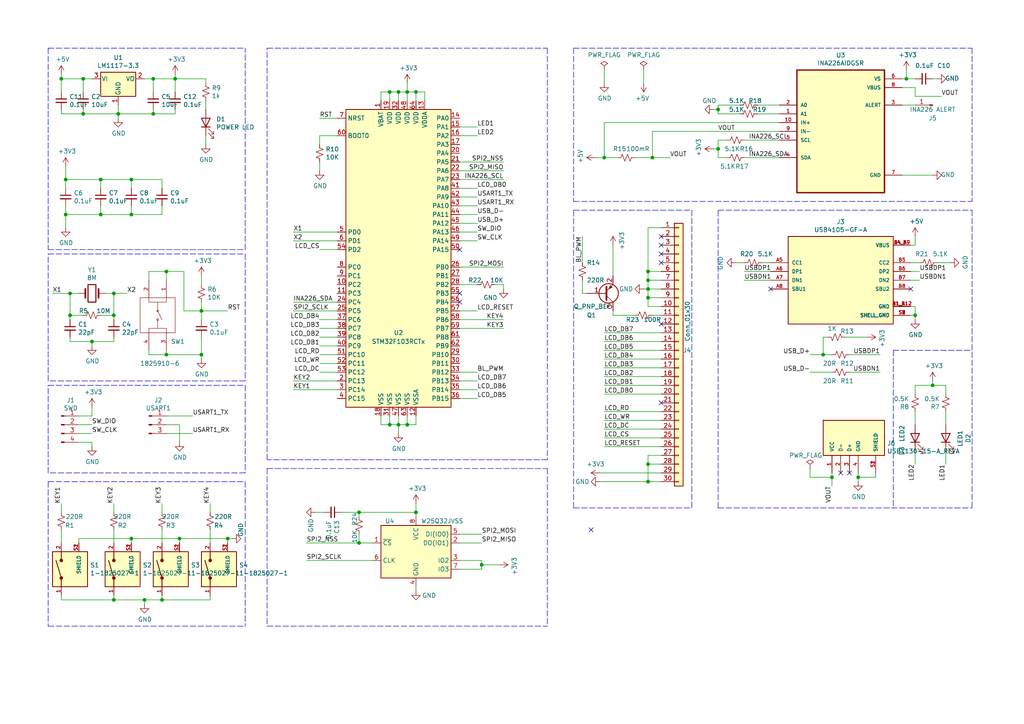
<source format=kicad_sch>
(kicad_sch (version 20211123) (generator eeschema)
  (paper "A4")
  (junction (at 208.28 31.75))
  (junction (at 104.14 148.59))
  (junction (at 52.07 156.21))
  (junction (at 24.13 33.02))
  (junction (at 26.67 99.06))
  (junction (at 270.51 111.76))
  (junction (at 248.92 138.43))
  (junction (at 187.96 83.82))
  (junction (at 187.96 81.28))
  (junction (at 58.42 102.87))
  (junction (at 44.45 33.02))
  (junction (at 187.96 134.62))
  (junction (at 20.32 91.44))
  (junction (at 33.02 85.09))
  (junction (at 115.57 123.19))
  (junction (at 48.26 78.74))
  (junction (at 208.28 43.18))
  (junction (at 66.04 156.21))
  (junction (at 58.42 90.17))
  (junction (at 38.1 156.21))
  (junction (at 187.96 78.74))
  (junction (at 20.32 85.09))
  (junction (at 238.76 102.87))
  (junction (at 19.05 62.23))
  (junction (at 38.1 52.07))
  (junction (at 120.65 148.59))
  (junction (at 187.96 86.36))
  (junction (at 38.1 62.23))
  (junction (at 265.43 91.44))
  (junction (at 115.57 26.67))
  (junction (at 48.26 102.87))
  (junction (at 113.03 26.67))
  (junction (at 19.05 52.07))
  (junction (at 104.14 157.48))
  (junction (at 33.02 91.44))
  (junction (at 113.03 123.19))
  (junction (at 118.11 26.67))
  (junction (at 262.89 22.86))
  (junction (at 120.65 26.67))
  (junction (at 17.78 22.86))
  (junction (at 46.99 173.99))
  (junction (at 29.21 52.07))
  (junction (at 187.96 139.7))
  (junction (at 139.7 163.83))
  (junction (at 33.02 173.99))
  (junction (at 41.91 173.99))
  (junction (at 175.26 45.72))
  (junction (at 118.11 123.19))
  (junction (at 34.29 33.02))
  (junction (at 189.23 45.72))
  (junction (at 24.13 22.86))
  (junction (at 241.3 138.43))
  (junction (at 29.21 62.23))
  (junction (at 50.8 22.86))
  (junction (at 44.45 22.86))
  (no_connect (at 191.77 68.58))
  (no_connect (at 133.35 87.63))
  (no_connect (at 191.77 76.2))
  (no_connect (at 171.45 153.67))
  (no_connect (at 243.84 137.16))
  (no_connect (at 223.52 83.82))
  (no_connect (at 133.35 85.09))
  (no_connect (at 191.77 73.66))
  (no_connect (at 191.77 116.84))
  (no_connect (at 191.77 71.12))
  (no_connect (at 191.77 93.98))
  (no_connect (at 264.16 83.82))
  (no_connect (at 246.38 137.16))
  (no_connect (at 133.35 72.39))
  (polyline (pts (xy 158.75 133.35) (xy 77.47 133.35)))
  (polyline (pts (xy 71.12 73.66) (xy 71.12 110.49)))
  (wire (pts (xy 43.18 101.6) (xy 43.18 102.87)))
  (wire (pts (xy 92.71 39.37) (xy 92.71 41.91)))
  (wire (pts (xy 187.96 86.36) (xy 191.77 86.36)))
  (wire (pts (xy 43.18 102.87) (xy 48.26 102.87)))
  (wire (pts (xy 29.21 52.07) (xy 19.05 52.07)))
  (wire (pts (xy 208.28 43.18) (xy 208.28 45.72)))
  (wire (pts (xy 17.78 31.75) (xy 17.78 33.02)))
  (wire (pts (xy 146.05 46.99) (xy 133.35 46.99)))
  (polyline (pts (xy 71.12 72.39) (xy 71.12 13.97)))
  (wire (pts (xy 175.26 96.52) (xy 191.77 96.52)))
  (wire (pts (xy 177.8 91.44) (xy 184.15 91.44)))
  (wire (pts (xy 172.72 45.72) (xy 175.26 45.72)))
  (wire (pts (xy 17.78 21.59) (xy 17.78 22.86)))
  (wire (pts (xy 29.21 62.23) (xy 38.1 62.23)))
  (wire (pts (xy 92.71 34.29) (xy 97.79 34.29)))
  (wire (pts (xy 34.29 33.02) (xy 34.29 30.48)))
  (wire (pts (xy 46.99 172.72) (xy 46.99 173.99)))
  (wire (pts (xy 241.3 102.87) (xy 238.76 102.87)))
  (wire (pts (xy 146.05 52.07) (xy 133.35 52.07)))
  (wire (pts (xy 118.11 26.67) (xy 120.65 26.67)))
  (wire (pts (xy 115.57 29.21) (xy 115.57 26.67)))
  (wire (pts (xy 175.26 45.72) (xy 179.07 45.72)))
  (wire (pts (xy 44.45 33.02) (xy 50.8 33.02)))
  (wire (pts (xy 208.28 30.48) (xy 214.63 30.48)))
  (wire (pts (xy 38.1 54.61) (xy 38.1 52.07)))
  (wire (pts (xy 144.78 163.83) (xy 139.7 163.83)))
  (wire (pts (xy 143.51 82.55) (xy 146.05 82.55)))
  (polyline (pts (xy 13.97 73.66) (xy 71.12 73.66)))
  (wire (pts (xy 46.99 146.05) (xy 46.99 148.59)))
  (wire (pts (xy 52.07 156.21) (xy 66.04 156.21)))
  (wire (pts (xy 97.79 72.39) (xy 92.71 72.39)))
  (wire (pts (xy 261.62 50.8) (xy 270.51 50.8)))
  (wire (pts (xy 213.36 76.2) (xy 215.9 76.2)))
  (wire (pts (xy 139.7 165.1) (xy 133.35 165.1)))
  (wire (pts (xy 85.09 67.31) (xy 97.79 67.31)))
  (wire (pts (xy 265.43 25.4) (xy 265.43 27.94)))
  (wire (pts (xy 52.07 157.48) (xy 52.07 156.21)))
  (wire (pts (xy 271.78 76.2) (xy 275.59 76.2)))
  (wire (pts (xy 120.65 26.67) (xy 123.19 26.67)))
  (wire (pts (xy 97.79 100.33) (xy 92.71 100.33)))
  (wire (pts (xy 270.51 110.49) (xy 270.51 111.76)))
  (wire (pts (xy 58.42 87.63) (xy 58.42 90.17)))
  (wire (pts (xy 97.79 95.25) (xy 92.71 95.25)))
  (wire (pts (xy 26.67 129.54) (xy 26.67 128.27)))
  (polyline (pts (xy 13.97 111.76) (xy 71.12 111.76)))
  (polyline (pts (xy 13.97 139.7) (xy 13.97 181.61)))
  (wire (pts (xy 238.76 97.79) (xy 238.76 102.87)))
  (wire (pts (xy 15.24 85.09) (xy 20.32 85.09)))
  (wire (pts (xy 118.11 26.67) (xy 118.11 24.13)))
  (wire (pts (xy 234.95 135.89) (xy 234.95 138.43)))
  (wire (pts (xy 191.77 83.82) (xy 187.96 83.82)))
  (wire (pts (xy 265.43 130.81) (xy 265.43 134.62)))
  (polyline (pts (xy 13.97 13.97) (xy 71.12 13.97)))
  (wire (pts (xy 254 137.16) (xy 254 138.43)))
  (wire (pts (xy 133.35 157.48) (xy 139.7 157.48)))
  (wire (pts (xy 175.26 119.38) (xy 191.77 119.38)))
  (polyline (pts (xy 71.12 110.49) (xy 13.97 110.49)))
  (wire (pts (xy 22.86 156.21) (xy 38.1 156.21)))
  (polyline (pts (xy 281.94 60.96) (xy 281.94 147.32)))
  (wire (pts (xy 265.43 88.9) (xy 265.43 91.44)))
  (wire (pts (xy 175.26 129.54) (xy 191.77 129.54)))
  (wire (pts (xy 207.01 31.75) (xy 208.28 31.75)))
  (wire (pts (xy 50.8 26.67) (xy 50.8 22.86)))
  (wire (pts (xy 186.69 20.32) (xy 186.69 24.13)))
  (wire (pts (xy 85.09 110.49) (xy 97.79 110.49)))
  (wire (pts (xy 17.78 33.02) (xy 24.13 33.02)))
  (wire (pts (xy 133.35 59.69) (xy 138.43 59.69)))
  (wire (pts (xy 118.11 120.65) (xy 118.11 123.19)))
  (polyline (pts (xy 166.37 13.97) (xy 281.94 13.97)))
  (wire (pts (xy 30.48 85.09) (xy 33.02 85.09)))
  (wire (pts (xy 120.65 148.59) (xy 120.65 149.86)))
  (wire (pts (xy 261.62 30.48) (xy 265.43 30.48)))
  (wire (pts (xy 104.14 157.48) (xy 107.95 157.48)))
  (wire (pts (xy 146.05 82.55) (xy 146.05 83.82)))
  (wire (pts (xy 133.35 162.56) (xy 139.7 162.56)))
  (wire (pts (xy 38.1 157.48) (xy 38.1 156.21)))
  (wire (pts (xy 261.62 25.4) (xy 265.43 25.4)))
  (wire (pts (xy 115.57 26.67) (xy 118.11 26.67)))
  (wire (pts (xy 262.89 20.32) (xy 262.89 22.86)))
  (wire (pts (xy 88.9 157.48) (xy 104.14 157.48)))
  (wire (pts (xy 17.78 22.86) (xy 17.78 26.67)))
  (wire (pts (xy 191.77 134.62) (xy 187.96 134.62)))
  (wire (pts (xy 215.9 81.28) (xy 223.52 81.28)))
  (wire (pts (xy 22.86 157.48) (xy 22.86 156.21)))
  (wire (pts (xy 24.13 91.44) (xy 20.32 91.44)))
  (wire (pts (xy 92.71 39.37) (xy 97.79 39.37)))
  (wire (pts (xy 187.96 139.7) (xy 191.77 139.7)))
  (wire (pts (xy 264.16 81.28) (xy 266.7 81.28)))
  (wire (pts (xy 58.42 97.79) (xy 58.42 102.87)))
  (wire (pts (xy 187.96 86.36) (xy 187.96 83.82)))
  (wire (pts (xy 53.34 78.74) (xy 53.34 90.17)))
  (wire (pts (xy 175.26 127) (xy 191.77 127)))
  (wire (pts (xy 46.99 62.23) (xy 46.99 59.69)))
  (wire (pts (xy 24.13 26.67) (xy 24.13 22.86)))
  (wire (pts (xy 29.21 91.44) (xy 33.02 91.44)))
  (wire (pts (xy 238.76 102.87) (xy 234.95 102.87)))
  (polyline (pts (xy 200.66 60.96) (xy 200.66 147.32)))
  (polyline (pts (xy 13.97 181.61) (xy 71.12 181.61)))
  (wire (pts (xy 133.35 67.31) (xy 138.43 67.31)))
  (wire (pts (xy 38.1 156.21) (xy 52.07 156.21)))
  (wire (pts (xy 104.14 149.86) (xy 104.14 148.59)))
  (wire (pts (xy 265.43 91.44) (xy 265.43 92.71)))
  (wire (pts (xy 189.23 91.44) (xy 191.77 91.44)))
  (wire (pts (xy 175.26 35.56) (xy 175.26 45.72)))
  (polyline (pts (xy 13.97 13.97) (xy 13.97 72.39)))
  (wire (pts (xy 34.29 34.29) (xy 34.29 33.02)))
  (wire (pts (xy 24.13 33.02) (xy 34.29 33.02)))
  (wire (pts (xy 97.79 107.95) (xy 92.71 107.95)))
  (wire (pts (xy 113.03 29.21) (xy 113.03 26.67)))
  (polyline (pts (xy 166.37 58.42) (xy 281.94 58.42)))
  (wire (pts (xy 38.1 59.69) (xy 38.1 62.23)))
  (wire (pts (xy 17.78 172.72) (xy 17.78 173.99)))
  (wire (pts (xy 265.43 111.76) (xy 265.43 114.3)))
  (wire (pts (xy 48.26 78.74) (xy 53.34 78.74)))
  (polyline (pts (xy 77.47 135.89) (xy 77.47 181.61)))
  (wire (pts (xy 58.42 104.14) (xy 58.42 102.87)))
  (wire (pts (xy 29.21 54.61) (xy 29.21 52.07)))
  (wire (pts (xy 20.32 92.71) (xy 20.32 91.44)))
  (wire (pts (xy 265.43 27.94) (xy 273.05 27.94)))
  (wire (pts (xy 234.95 138.43) (xy 241.3 138.43)))
  (wire (pts (xy 187.96 132.08) (xy 187.96 134.62)))
  (wire (pts (xy 215.9 40.64) (xy 226.06 40.64)))
  (wire (pts (xy 33.02 99.06) (xy 33.02 97.79)))
  (wire (pts (xy 184.15 45.72) (xy 189.23 45.72)))
  (wire (pts (xy 48.26 123.19) (xy 52.07 123.19)))
  (wire (pts (xy 113.03 26.67) (xy 115.57 26.67)))
  (wire (pts (xy 97.79 102.87) (xy 92.71 102.87)))
  (wire (pts (xy 85.09 113.03) (xy 97.79 113.03)))
  (wire (pts (xy 58.42 80.01) (xy 58.42 82.55)))
  (wire (pts (xy 38.1 62.23) (xy 46.99 62.23)))
  (wire (pts (xy 175.26 35.56) (xy 226.06 35.56)))
  (wire (pts (xy 38.1 52.07) (xy 29.21 52.07)))
  (wire (pts (xy 208.28 30.48) (xy 208.28 31.75)))
  (wire (pts (xy 133.35 115.57) (xy 138.43 115.57)))
  (wire (pts (xy 208.28 31.75) (xy 208.28 33.02)))
  (wire (pts (xy 33.02 85.09) (xy 33.02 91.44)))
  (wire (pts (xy 22.86 120.65) (xy 26.67 120.65)))
  (wire (pts (xy 264.16 71.12) (xy 265.43 71.12)))
  (wire (pts (xy 41.91 175.26) (xy 41.91 173.99)))
  (wire (pts (xy 17.78 22.86) (xy 24.13 22.86)))
  (wire (pts (xy 17.78 173.99) (xy 33.02 173.99)))
  (wire (pts (xy 265.43 71.12) (xy 265.43 68.58)))
  (wire (pts (xy 274.32 111.76) (xy 274.32 114.3)))
  (wire (pts (xy 207.01 43.18) (xy 208.28 43.18)))
  (wire (pts (xy 46.99 173.99) (xy 60.96 173.99)))
  (polyline (pts (xy 259.08 101.6) (xy 259.08 147.32)))
  (wire (pts (xy 177.8 71.12) (xy 177.8 80.01)))
  (wire (pts (xy 189.23 38.1) (xy 189.23 45.72)))
  (wire (pts (xy 189.23 38.1) (xy 226.06 38.1)))
  (wire (pts (xy 120.65 123.19) (xy 120.65 120.65)))
  (wire (pts (xy 33.02 157.48) (xy 33.02 153.67)))
  (polyline (pts (xy 208.28 60.96) (xy 281.94 60.96)))
  (wire (pts (xy 208.28 45.72) (xy 210.82 45.72)))
  (wire (pts (xy 19.05 59.69) (xy 19.05 62.23)))
  (wire (pts (xy 146.05 92.71) (xy 133.35 92.71)))
  (wire (pts (xy 110.49 26.67) (xy 113.03 26.67)))
  (wire (pts (xy 24.13 31.75) (xy 24.13 33.02)))
  (wire (pts (xy 241.3 138.43) (xy 241.3 140.97)))
  (wire (pts (xy 133.35 64.77) (xy 138.43 64.77)))
  (polyline (pts (xy 259.08 101.6) (xy 281.94 101.6)))
  (wire (pts (xy 85.09 87.63) (xy 97.79 87.63)))
  (wire (pts (xy 219.71 33.02) (xy 226.06 33.02)))
  (wire (pts (xy 133.35 62.23) (xy 138.43 62.23)))
  (wire (pts (xy 175.26 106.68) (xy 191.77 106.68)))
  (wire (pts (xy 113.03 123.19) (xy 115.57 123.19)))
  (wire (pts (xy 55.88 125.73) (xy 48.26 125.73)))
  (wire (pts (xy 113.03 120.65) (xy 113.03 123.19)))
  (wire (pts (xy 264.16 76.2) (xy 266.7 76.2)))
  (wire (pts (xy 175.26 109.22) (xy 191.77 109.22)))
  (wire (pts (xy 60.96 146.05) (xy 60.96 148.59)))
  (wire (pts (xy 19.05 52.07) (xy 19.05 54.61)))
  (wire (pts (xy 41.91 173.99) (xy 46.99 173.99)))
  (wire (pts (xy 26.67 99.06) (xy 33.02 99.06)))
  (wire (pts (xy 29.21 59.69) (xy 29.21 62.23)))
  (wire (pts (xy 46.99 157.48) (xy 46.99 153.67)))
  (polyline (pts (xy 166.37 147.32) (xy 200.66 147.32)))
  (wire (pts (xy 44.45 31.75) (xy 44.45 33.02)))
  (wire (pts (xy 48.26 102.87) (xy 58.42 102.87)))
  (wire (pts (xy 97.79 92.71) (xy 92.71 92.71)))
  (wire (pts (xy 251.46 97.79) (xy 245.11 97.79)))
  (wire (pts (xy 60.96 173.99) (xy 60.96 172.72)))
  (wire (pts (xy 175.26 111.76) (xy 191.77 111.76)))
  (wire (pts (xy 43.18 78.74) (xy 48.26 78.74)))
  (wire (pts (xy 241.3 107.95) (xy 234.95 107.95)))
  (wire (pts (xy 133.35 82.55) (xy 138.43 82.55)))
  (wire (pts (xy 186.69 83.82) (xy 187.96 83.82)))
  (wire (pts (xy 133.35 110.49) (xy 138.43 110.49)))
  (wire (pts (xy 208.28 40.64) (xy 210.82 40.64)))
  (wire (pts (xy 110.49 120.65) (xy 110.49 123.19)))
  (polyline (pts (xy 77.47 181.61) (xy 158.75 181.61)))
  (wire (pts (xy 255.27 102.87) (xy 246.38 102.87)))
  (wire (pts (xy 133.35 90.17) (xy 138.43 90.17)))
  (polyline (pts (xy 166.37 13.97) (xy 166.37 58.42)))
  (wire (pts (xy 219.71 30.48) (xy 226.06 30.48)))
  (wire (pts (xy 60.96 157.48) (xy 60.96 153.67)))
  (wire (pts (xy 265.43 119.38) (xy 265.43 123.19)))
  (wire (pts (xy 46.99 54.61) (xy 46.99 52.07)))
  (wire (pts (xy 139.7 162.56) (xy 139.7 163.83)))
  (wire (pts (xy 59.69 24.13) (xy 59.69 22.86)))
  (wire (pts (xy 110.49 123.19) (xy 113.03 123.19)))
  (wire (pts (xy 88.9 162.56) (xy 107.95 162.56)))
  (wire (pts (xy 22.86 123.19) (xy 26.67 123.19)))
  (wire (pts (xy 48.26 78.74) (xy 48.26 81.28)))
  (polyline (pts (xy 77.47 135.89) (xy 158.75 135.89)))
  (wire (pts (xy 133.35 54.61) (xy 138.43 54.61)))
  (wire (pts (xy 173.99 137.16) (xy 191.77 137.16)))
  (wire (pts (xy 248.92 139.7) (xy 248.92 138.43)))
  (wire (pts (xy 19.05 62.23) (xy 29.21 62.23)))
  (polyline (pts (xy 166.37 60.96) (xy 200.66 60.96)))
  (polyline (pts (xy 71.12 139.7) (xy 71.12 181.61)))
  (wire (pts (xy 220.98 76.2) (xy 223.52 76.2)))
  (wire (pts (xy 133.35 57.15) (xy 138.43 57.15)))
  (wire (pts (xy 187.96 81.28) (xy 187.96 78.74)))
  (wire (pts (xy 133.35 154.94) (xy 139.7 154.94)))
  (wire (pts (xy 104.14 148.59) (xy 120.65 148.59)))
  (wire (pts (xy 146.05 49.53) (xy 133.35 49.53)))
  (polyline (pts (xy 158.75 135.89) (xy 158.75 181.61)))
  (wire (pts (xy 120.65 170.18) (xy 120.65 171.45)))
  (wire (pts (xy 146.05 77.47) (xy 133.35 77.47)))
  (wire (pts (xy 99.06 148.59) (xy 104.14 148.59)))
  (wire (pts (xy 173.99 139.7) (xy 187.96 139.7)))
  (wire (pts (xy 44.45 26.67) (xy 44.45 22.86)))
  (wire (pts (xy 133.35 39.37) (xy 138.43 39.37)))
  (polyline (pts (xy 281.94 13.97) (xy 281.94 58.42)))
  (wire (pts (xy 146.05 95.25) (xy 133.35 95.25)))
  (wire (pts (xy 66.04 156.21) (xy 66.04 157.48)))
  (wire (pts (xy 20.32 99.06) (xy 26.67 99.06)))
  (wire (pts (xy 43.18 78.74) (xy 43.18 81.28)))
  (polyline (pts (xy 13.97 139.7) (xy 71.12 139.7)))
  (wire (pts (xy 187.96 81.28) (xy 191.77 81.28)))
  (wire (pts (xy 59.69 41.91) (xy 59.69 39.37)))
  (wire (pts (xy 110.49 29.21) (xy 110.49 26.67)))
  (wire (pts (xy 53.34 90.17) (xy 58.42 90.17)))
  (wire (pts (xy 93.98 148.59) (xy 91.44 148.59)))
  (wire (pts (xy 215.9 78.74) (xy 223.52 78.74)))
  (wire (pts (xy 175.26 121.92) (xy 191.77 121.92)))
  (wire (pts (xy 274.32 130.81) (xy 274.32 134.62)))
  (wire (pts (xy 248.92 138.43) (xy 248.92 137.16)))
  (wire (pts (xy 19.05 66.04) (xy 19.05 62.23)))
  (wire (pts (xy 264.16 88.9) (xy 265.43 88.9)))
  (wire (pts (xy 52.07 123.19) (xy 52.07 128.27)))
  (wire (pts (xy 274.32 119.38) (xy 274.32 123.19)))
  (polyline (pts (xy 166.37 147.32) (xy 166.37 60.96)))
  (wire (pts (xy 240.03 97.79) (xy 238.76 97.79)))
  (polyline (pts (xy 208.28 147.32) (xy 281.94 147.32)))
  (wire (pts (xy 85.09 90.17) (xy 97.79 90.17)))
  (wire (pts (xy 92.71 49.53) (xy 92.71 46.99)))
  (wire (pts (xy 191.77 88.9) (xy 187.96 88.9)))
  (wire (pts (xy 187.96 78.74) (xy 187.96 66.04)))
  (wire (pts (xy 175.26 101.6) (xy 191.77 101.6)))
  (wire (pts (xy 20.32 97.79) (xy 20.32 99.06)))
  (wire (pts (xy 59.69 31.75) (xy 59.69 29.21)))
  (wire (pts (xy 104.14 154.94) (xy 104.14 157.48)))
  (wire (pts (xy 133.35 69.85) (xy 138.43 69.85)))
  (wire (pts (xy 66.04 90.17) (xy 58.42 90.17)))
  (wire (pts (xy 66.04 156.21) (xy 67.31 156.21)))
  (wire (pts (xy 175.26 104.14) (xy 191.77 104.14)))
  (wire (pts (xy 208.28 43.18) (xy 208.28 40.64)))
  (wire (pts (xy 187.96 78.74) (xy 191.77 78.74)))
  (wire (pts (xy 26.67 100.33) (xy 26.67 99.06)))
  (wire (pts (xy 50.8 22.86) (xy 59.69 22.86)))
  (wire (pts (xy 168.91 68.58) (xy 168.91 76.2)))
  (wire (pts (xy 175.26 99.06) (xy 191.77 99.06)))
  (wire (pts (xy 115.57 123.19) (xy 118.11 123.19)))
  (wire (pts (xy 33.02 85.09) (xy 36.83 85.09)))
  (wire (pts (xy 120.65 146.05) (xy 120.65 148.59)))
  (wire (pts (xy 20.32 91.44) (xy 20.32 85.09)))
  (wire (pts (xy 133.35 107.95) (xy 138.43 107.95)))
  (wire (pts (xy 264.16 78.74) (xy 266.7 78.74)))
  (wire (pts (xy 270.51 111.76) (xy 274.32 111.76)))
  (wire (pts (xy 85.09 69.85) (xy 97.79 69.85)))
  (wire (pts (xy 175.26 124.46) (xy 191.77 124.46)))
  (wire (pts (xy 34.29 33.02) (xy 44.45 33.02)))
  (wire (pts (xy 33.02 172.72) (xy 33.02 173.99)))
  (wire (pts (xy 55.88 120.65) (xy 48.26 120.65)))
  (wire (pts (xy 50.8 33.02) (xy 50.8 31.75)))
  (wire (pts (xy 26.67 120.65) (xy 26.67 118.11)))
  (wire (pts (xy 118.11 29.21) (xy 118.11 26.67)))
  (wire (pts (xy 262.89 22.86) (xy 261.62 22.86)))
  (wire (pts (xy 97.79 97.79) (xy 92.71 97.79)))
  (wire (pts (xy 270.51 22.86) (xy 271.78 22.86)))
  (wire (pts (xy 241.3 137.16) (xy 241.3 138.43)))
  (wire (pts (xy 215.9 45.72) (xy 226.06 45.72)))
  (wire (pts (xy 33.02 146.05) (xy 33.02 148.59)))
  (wire (pts (xy 187.96 83.82) (xy 187.96 81.28)))
  (wire (pts (xy 189.23 45.72) (xy 194.31 45.72)))
  (wire (pts (xy 46.99 52.07) (xy 38.1 52.07)))
  (wire (pts (xy 41.91 22.86) (xy 44.45 22.86)))
  (polyline (pts (xy 77.47 133.35) (xy 77.47 13.97)))
  (polyline (pts (xy 77.47 13.97) (xy 158.75 13.97)))
  (wire (pts (xy 270.51 111.76) (xy 265.43 111.76)))
  (wire (pts (xy 115.57 125.73) (xy 115.57 123.19)))
  (wire (pts (xy 118.11 123.19) (xy 120.65 123.19)))
  (wire (pts (xy 262.89 22.86) (xy 265.43 22.86)))
  (polyline (pts (xy 158.75 13.97) (xy 158.75 133.35)))
  (wire (pts (xy 20.32 85.09) (xy 22.86 85.09)))
  (wire (pts (xy 168.91 81.28) (xy 168.91 85.09)))
  (wire (pts (xy 133.35 113.03) (xy 138.43 113.03)))
  (wire (pts (xy 33.02 92.71) (xy 33.02 91.44)))
  (polyline (pts (xy 71.12 111.76) (xy 71.12 137.16)))
  (wire (pts (xy 19.05 52.07) (xy 19.05 48.26)))
  (wire (pts (xy 120.65 29.21) (xy 120.65 26.67)))
  (wire (pts (xy 264.16 91.44) (xy 265.43 91.44)))
  (wire (pts (xy 139.7 163.83) (xy 139.7 165.1)))
  (polyline (pts (xy 13.97 72.39) (xy 71.12 72.39)))
  (wire (pts (xy 48.26 101.6) (xy 48.26 102.87)))
  (wire (pts (xy 191.77 132.08) (xy 187.96 132.08)))
  (wire (pts (xy 187.96 66.04) (xy 191.77 66.04)))
  (wire (pts (xy 187.96 88.9) (xy 187.96 86.36)))
  (wire (pts (xy 24.13 22.86) (xy 26.67 22.86)))
  (wire (pts (xy 123.19 26.67) (xy 123.19 29.21)))
  (polyline (pts (xy 13.97 137.16) (xy 13.97 111.76)))
  (wire (pts (xy 22.86 125.73) (xy 26.67 125.73)))
  (wire (pts (xy 115.57 120.65) (xy 115.57 123.19)))
  (wire (pts (xy 208.28 33.02) (xy 214.63 33.02)))
  (wire (pts (xy 58.42 92.71) (xy 58.42 90.17)))
  (wire (pts (xy 187.96 134.62) (xy 187.96 139.7)))
  (wire (pts (xy 254 138.43) (xy 248.92 138.43)))
  (wire (pts (xy 50.8 22.86) (xy 50.8 21.59)))
  (wire (pts (xy 44.45 22.86) (xy 50.8 22.86)))
  (wire (pts (xy 168.91 85.09) (xy 170.18 85.09)))
  (wire (pts (xy 17.78 148.59) (xy 17.78 146.05)))
  (wire (pts (xy 133.35 36.83) (xy 138.43 36.83)))
  (wire (pts (xy 255.27 107.95) (xy 246.38 107.95)))
  (polyline (pts (xy 13.97 110.49) (xy 13.97 73.66)))
  (wire (pts (xy 177.8 90.17) (xy 177.8 91.44)))
  (polyline (pts (xy 71.12 137.16) (xy 13.97 137.16)))
  (wire (pts (xy 22.86 128.27) (xy 26.67 128.27)))
  (wire (pts (xy 175.26 24.13) (xy 175.26 20.32)))
  (wire (pts (xy 33.02 173.99) (xy 41.91 173.99)))
  (wire (pts (xy 97.79 105.41) (xy 92.71 105.41)))
  (polyline (pts (xy 208.28 147.32) (xy 208.28 60.96)))
  (wire (pts (xy 17.78 157.48) (xy 17.78 153.67)))
  (wire (pts (xy 175.26 114.3) (xy 191.77 114.3)))
  (label "USART1_TX" (at 55.88 120.65 0))
  (label "LCD_CS" (at 92.71 72.39 180))
  (label "KEY1" (at 85.09 113.03 0))
  (label "VOUT" (at 194.31 45.72 0))
  (label "SPI2_NSS" (at 146.05 46.99 180))
  (label "USBDP1" (at 215.9 78.74 0))
  (label "RST" (at 66.04 90.17 0))
  (label "LCD_DB5" (at 138.43 115.57 0))
  (label "KEY4" (at 60.96 146.05 90))
  (label "LED1" (at 138.43 36.83 0))
  (label "LCD_DB2" (at 92.71 97.79 180))
  (label "USBDP1" (at 266.7 78.74 0))
  (label "LED2" (at 265.43 134.62 270))
  (label "LCD_DB1" (at 175.26 111.76 0))
  (label "SPI2_MOSI" (at 146.05 77.47 180))
  (label "LCD_DB2" (at 175.26 109.22 0))
  (label "USB_D+" (at 234.95 102.87 180))
  (label "USART1_RX" (at 138.43 59.69 0))
  (label "USBDP1" (at 255.27 102.87 180))
  (label "KEY1" (at 17.78 146.05 90))
  (label "USB_D+" (at 138.43 64.77 0))
  (label "BL_PWM" (at 168.91 68.58 270))
  (label "INA226_SCL" (at 217.17 40.64 0))
  (label "LCD_DB6" (at 138.43 113.03 0))
  (label "VOUT" (at 208.28 38.1 0))
  (label "KEY3" (at 46.99 146.05 90))
  (label "USBDN1" (at 215.9 81.28 0))
  (label "X1" (at 85.09 67.31 0))
  (label "SW_CLK" (at 138.43 69.85 0))
  (label "KEY2" (at 85.09 110.49 0))
  (label "LCD_RD" (at 175.26 119.38 0))
  (label "LCD_RESET" (at 138.43 90.17 0))
  (label "LCD_DB5" (at 175.26 101.6 0))
  (label "SW_DIO" (at 26.67 123.19 0))
  (label "LCD_DB7" (at 175.26 96.52 0))
  (label "USART1_TX" (at 138.43 57.15 0))
  (label "X2" (at 85.09 69.85 0))
  (label "USBDN1" (at 255.27 107.95 180))
  (label "LCD_DB0" (at 175.26 114.3 0))
  (label "X1" (at 15.24 85.09 0))
  (label "INA226_SCL" (at 146.05 52.07 180))
  (label "LCD_DB4" (at 175.26 104.14 0))
  (label "SPI2_MOSI" (at 139.7 154.94 0))
  (label "USBDN1" (at 266.7 81.28 0))
  (label "KEY3" (at 146.05 95.25 180))
  (label "SW_DIO" (at 138.43 67.31 0))
  (label "SPI2_MISO" (at 146.05 49.53 180))
  (label "LCD_WR" (at 92.71 105.41 180))
  (label "USB_D-" (at 234.95 107.95 180))
  (label "LCD_DB4" (at 92.71 92.71 180))
  (label "SPI2_SCLK" (at 85.09 90.17 0))
  (label "RST" (at 92.71 34.29 0))
  (label "INA226_SDA" (at 217.17 45.72 0))
  (label "X2" (at 36.83 85.09 0))
  (label "SPI2_SCLK" (at 88.9 162.56 0))
  (label "BL_PWM" (at 138.43 107.95 0))
  (label "KEY2" (at 33.02 146.05 90))
  (label "LCD_DC" (at 175.26 124.46 0))
  (label "LCD_DB3" (at 92.71 95.25 180))
  (label "INA226_SDA" (at 85.09 87.63 0))
  (label "SPI2_MISO" (at 139.7 157.48 0))
  (label "LCD_DB3" (at 175.26 106.68 0))
  (label "LCD_DB0" (at 138.43 54.61 0))
  (label "KEY4" (at 146.05 92.71 180))
  (label "LCD_RD" (at 92.71 102.87 180))
  (label "LCD_DB1" (at 92.71 100.33 180))
  (label "LCD_DB6" (at 175.26 99.06 0))
  (label "USART1_RX" (at 55.88 125.73 0))
  (label "LED1" (at 274.32 134.62 270))
  (label "LED2" (at 138.43 39.37 0))
  (label "LCD_WR" (at 175.26 121.92 0))
  (label "VOUT" (at 241.3 140.97 270))
  (label "LCD_CS" (at 175.26 127 0))
  (label "USB_D-" (at 138.43 62.23 0))
  (label "SPI2_NSS" (at 88.9 157.48 0))
  (label "LCD_DB7" (at 138.43 110.49 0))
  (label "VOUT" (at 273.05 27.94 0))
  (label "LCD_RESET" (at 175.26 129.54 0))
  (label "SW_CLK" (at 26.67 125.73 0))
  (label "LCD_DC" (at 92.71 107.95 180))
  (symbol (lib_id "MCU_ST_STM32F1:STM32F103RCTx") (at 115.57 74.93 0) (unit 1)
    (property "Reference" "U2" (at 115.57 96.52 0))
    (property "Value" "STM32F103RCTx" (at 115.57 99.06 0))
    (property "Footprint" "Package_QFP:LQFP-64_10x10mm_P0.5mm" (effects hide))
    (property "Datasheet" "http://www.st.com/st-web-ui/static/active/en/resource/technical/document/datasheet/CD00191185.pdf" (effects hide))
  )
  (symbol (lib_id "Device:R_Small_US") (at 59.69 26.67 0) (unit 1)
    (property "Reference" "R9" (at 61.4172 25.5016 0) (effects (justify left)))
    (property "Value" "1k" (at 61.4172 27.813 0) (effects (justify left)))
    (property "Footprint" "Resistor_SMD:R_0805_2012Metric" (effects hide))
  )
  (symbol (lib_id "Device:Crystal") (at 26.67 85.09 0) (unit 1)
    (property "Reference" "Y1" (at 26.67 78.2828 0))
    (property "Value" "8M" (at 26.67 80.5942 0))
    (property "Footprint" "Crystal:Crystal_SMD_HC49-SD" (effects hide))
  )
  (symbol (lib_id "Device:C_Small") (at 24.13 29.21 0) (unit 1)
    (property "Reference" "C2" (at 26.4668 28.0416 0) (effects (justify left)))
    (property "Value" "10uF" (at 26.4668 30.353 0) (effects (justify left)))
    (property "Footprint" "Capacitor_SMD:C_0805_2012Metric" (effects hide))
  )
  (symbol (lib_id "power:GND") (at 34.29 34.29 0) (unit 1)
    (property "Reference" "#PWR0101" (effects hide))
    (property "Value" "GND" (at 34.417 38.6842 0))
  )
  (symbol (lib_id "Connector:Conn_01x04_Male") (at 17.78 123.19 0) (unit 1)
    (property "Reference" "J1" (at 20.5232 116.0526 0))
    (property "Value" "SWD" (at 20.5232 118.364 0))
    (property "Footprint" "Connector_PinSocket_2.54mm:PinSocket_1x04_P2.54mm_Vertical" (effects hide))
  )
  (symbol (lib_id "Device:LED") (at 59.69 35.56 90) (unit 1)
    (property "Reference" "D1" (at 62.6872 34.5694 90) (effects (justify right)))
    (property "Value" "POWER LED" (at 62.6872 36.8808 90) (effects (justify right)))
    (property "Footprint" "LED_SMD:LED_0805_2012Metric" (effects hide))
  )
  (symbol (lib_id "Regulator_Linear:LM1117-3.3") (at 34.29 22.86 0) (unit 1)
    (property "Reference" "U1" (at 34.29 16.7132 0))
    (property "Value" "LM1117-3.3" (at 34.29 19.0246 0))
    (property "Footprint" "Package_TO_SOT_SMD:SOT-223" (effects hide))
    (property "Datasheet" "http://www.ti.com/lit/ds/symlink/lm1117.pdf" (effects hide))
  )
  (symbol (lib_id "power:GND") (at 115.57 125.73 0) (unit 1)
    (property "Reference" "#PWR0102" (effects hide))
    (property "Value" "GND" (at 115.697 130.1242 0))
  )
  (symbol (lib_id "stm32f103-rescue:+3.3V-power") (at 50.8 21.59 0) (unit 1)
    (property "Reference" "#PWR0103" (effects hide))
    (property "Value" "+3.3V" (at 51.181 17.1958 0))
  )
  (symbol (lib_id "power:+5V") (at 17.78 21.59 0) (unit 1)
    (property "Reference" "#PWR0104" (effects hide))
    (property "Value" "+5V" (at 18.161 17.1958 0))
  )
  (symbol (lib_id "stm32f103-rescue:+3.3V-power") (at 118.11 24.13 0) (unit 1)
    (property "Reference" "#PWR0105" (effects hide))
    (property "Value" "+3.3V" (at 118.491 19.7358 0))
  )
  (symbol (lib_id "Device:R_Small_US") (at 58.42 85.09 0) (unit 1)
    (property "Reference" "R6" (at 60.1472 83.9216 0) (effects (justify left)))
    (property "Value" "10K" (at 60.1472 86.233 0) (effects (justify left)))
    (property "Footprint" "Resistor_SMD:R_0805_2012Metric" (effects hide))
  )
  (symbol (lib_id "Device:C_Small") (at 58.42 95.25 0) (unit 1)
    (property "Reference" "C3" (at 60.7568 94.0816 0) (effects (justify left)))
    (property "Value" "0.1uF" (at 60.7568 96.393 0) (effects (justify left)))
    (property "Footprint" "Capacitor_SMD:C_0805_2012Metric" (effects hide))
  )
  (symbol (lib_id "Device:C_Small") (at 44.45 29.21 0) (unit 1)
    (property "Reference" "C5" (at 46.7868 28.0416 0) (effects (justify left)))
    (property "Value" "10uF" (at 46.7868 30.353 0) (effects (justify left)))
    (property "Footprint" "Capacitor_SMD:C_0805_2012Metric" (effects hide))
  )
  (symbol (lib_id "stm32f103-rescue:+3.3V-power") (at 58.42 80.01 0) (unit 1)
    (property "Reference" "#PWR0106" (effects hide))
    (property "Value" "+3.3V" (at 58.801 75.6158 0))
  )
  (symbol (lib_id "power:GND") (at 58.42 104.14 0) (unit 1)
    (property "Reference" "#PWR0107" (effects hide))
    (property "Value" "GND" (at 58.547 108.5342 0))
  )
  (symbol (lib_id "Device:C_Small") (at 20.32 95.25 0) (unit 1)
    (property "Reference" "C1" (at 22.6568 94.0816 0) (effects (justify left)))
    (property "Value" "22pF" (at 22.6568 96.393 0) (effects (justify left)))
    (property "Footprint" "Capacitor_SMD:C_0805_2012Metric" (effects hide))
  )
  (symbol (lib_id "power:GND") (at 59.69 41.91 0) (unit 1)
    (property "Reference" "#PWR0112" (effects hide))
    (property "Value" "GND" (at 59.817 46.3042 0))
  )
  (symbol (lib_id "Device:C_Small") (at 33.02 95.25 0) (unit 1)
    (property "Reference" "C4" (at 35.3568 94.0816 0) (effects (justify left)))
    (property "Value" "22pF" (at 35.3568 96.393 0) (effects (justify left)))
    (property "Footprint" "Capacitor_SMD:C_0805_2012Metric" (effects hide))
  )
  (symbol (lib_id "Device:R_Small_US") (at 26.67 91.44 270) (unit 1)
    (property "Reference" "R5" (at 22.86 90.17 90) (effects (justify left)))
    (property "Value" "10M" (at 27.94 90.17 90) (effects (justify left)))
    (property "Footprint" "Resistor_SMD:R_0805_2012Metric" (effects hide))
  )
  (symbol (lib_id "power:GND") (at 26.67 100.33 0) (unit 1)
    (property "Reference" "#PWR0108" (effects hide))
    (property "Value" "GND" (at 26.797 104.7242 0))
  )
  (symbol (lib_id "power:+5V") (at 265.43 68.58 0) (unit 1)
    (property "Reference" "#PWR0113" (effects hide))
    (property "Value" "+5V" (at 265.811 64.1858 0))
  )
  (symbol (lib_id "power:GND") (at 265.43 92.71 0) (unit 1)
    (property "Reference" "#PWR0114" (effects hide))
    (property "Value" "GND" (at 265.557 97.1042 0))
  )
  (symbol (lib_id "Device:C_Small") (at 50.8 29.21 0) (unit 1)
    (property "Reference" "C12" (at 53.1368 28.0416 0) (effects (justify left)))
    (property "Value" "0.1uF" (at 53.1368 30.353 0) (effects (justify left)))
    (property "Footprint" "Capacitor_SMD:C_0805_2012Metric" (effects hide))
  )
  (symbol (lib_id "Device:R_Small_US") (at 92.71 44.45 0) (unit 1)
    (property "Reference" "R10" (at 94.4372 43.2816 0) (effects (justify left)))
    (property "Value" "10K" (at 94.4372 45.593 0) (effects (justify left)))
    (property "Footprint" "Resistor_SMD:R_0805_2012Metric" (effects hide))
  )
  (symbol (lib_id "power:GND") (at 92.71 49.53 0) (unit 1)
    (property "Reference" "#PWR0109" (effects hide))
    (property "Value" "GND" (at 92.837 53.9242 0))
  )
  (symbol (lib_id "Connector:Conn_01x03_Male") (at 43.18 123.19 0) (unit 1)
    (property "Reference" "J2" (at 45.9232 116.0526 0))
    (property "Value" "USART1" (at 45.9232 118.364 0))
    (property "Footprint" "Connector_PinSocket_2.54mm:PinSocket_1x03_P2.54mm_Vertical" (effects hide))
  )
  (symbol (lib_id "power:GND") (at 52.07 128.27 0) (unit 1)
    (property "Reference" "#PWR0115" (effects hide))
    (property "Value" "GND" (at 52.197 132.6642 0))
  )
  (symbol (lib_id "power:GND") (at 26.67 129.54 0) (unit 1)
    (property "Reference" "#PWR0110" (effects hide))
    (property "Value" "GND" (at 26.797 133.9342 0))
  )
  (symbol (lib_id "Device:LED") (at 274.32 127 90) (unit 1)
    (property "Reference" "D2" (at 280.797 127.1778 0))
    (property "Value" "LED1" (at 278.4856 127.1778 0))
    (property "Footprint" "LED_SMD:LED_0805_2012Metric" (effects hide))
  )
  (symbol (lib_id "stm32f103-rescue:+3.3V-power") (at 26.67 118.11 0) (unit 1)
    (property "Reference" "#PWR0111" (effects hide))
    (property "Value" "+3.3V" (at 27.051 113.7158 0))
  )
  (symbol (lib_id "Device:LED") (at 265.43 127 90) (unit 1)
    (property "Reference" "D3" (at 261.62 130.81 0))
    (property "Value" "LED2" (at 261.62 125.73 0))
    (property "Footprint" "LED_SMD:LED_0805_2012Metric" (effects hide))
  )
  (symbol (lib_id "Device:R_Small_US") (at 274.32 116.84 180) (unit 1)
    (property "Reference" "R7" (at 272.5928 118.0084 0) (effects (justify left)))
    (property "Value" "0.5K" (at 272.5928 115.697 0) (effects (justify left)))
    (property "Footprint" "Resistor_SMD:R_0805_2012Metric" (effects hide))
  )
  (symbol (lib_id "Device:R_Small_US") (at 265.43 116.84 180) (unit 1)
    (property "Reference" "R8" (at 263.7028 118.0084 0) (effects (justify left)))
    (property "Value" "0.5K" (at 263.7028 115.697 0) (effects (justify left)))
    (property "Footprint" "Resistor_SMD:R_0805_2012Metric" (effects hide))
  )
  (symbol (lib_id "Device:R_Small_US") (at 104.14 152.4 180) (unit 1)
    (property "Reference" "R24" (at 102.87 148.59 90) (effects (justify left)))
    (property "Value" "10K" (at 102.87 153.67 90) (effects (justify left)))
    (property "Footprint" "Resistor_SMD:R_0805_2012Metric" (effects hide))
  )
  (symbol (lib_id "Device:R_Small_US") (at 17.78 151.13 180) (unit 1)
    (property "Reference" "R1" (at 21.59 152.4 0) (effects (justify left)))
    (property "Value" "220R" (at 24.13 149.86 0) (effects (justify left)))
    (property "Footprint" "Resistor_SMD:R_0805_2012Metric" (effects hide))
  )
  (symbol (lib_id "Device:R_Small_US") (at 269.24 76.2 270) (unit 1)
    (property "Reference" "R21" (at 265.43 73.66 90) (effects (justify left)))
    (property "Value" "5.1K" (at 270.51 73.66 90) (effects (justify left)))
    (property "Footprint" "Resistor_SMD:R_0805_2012Metric" (effects hide))
  )
  (symbol (lib_id "Device:C_Small") (at 19.05 57.15 0) (unit 1)
    (property "Reference" "C6" (at 21.3868 55.9816 0) (effects (justify left)))
    (property "Value" "0.1uF" (at 21.3868 58.293 0) (effects (justify left)))
    (property "Footprint" "Capacitor_SMD:C_0805_2012Metric" (effects hide))
  )
  (symbol (lib_id "Device:C_Small") (at 29.21 57.15 0) (unit 1)
    (property "Reference" "C7" (at 31.5468 55.9816 0) (effects (justify left)))
    (property "Value" "0.1uF" (at 31.5468 58.293 0) (effects (justify left)))
    (property "Footprint" "Capacitor_SMD:C_0805_2012Metric" (effects hide))
  )
  (symbol (lib_id "Device:C_Small") (at 38.1 57.15 0) (unit 1)
    (property "Reference" "C8" (at 40.4368 55.9816 0) (effects (justify left)))
    (property "Value" "0.1uF" (at 40.4368 58.293 0) (effects (justify left)))
    (property "Footprint" "Capacitor_SMD:C_0805_2012Metric" (effects hide))
  )
  (symbol (lib_id "Device:C_Small") (at 46.99 57.15 0) (unit 1)
    (property "Reference" "C9" (at 49.3268 55.9816 0) (effects (justify left)))
    (property "Value" "0.1uF" (at 49.3268 58.293 0) (effects (justify left)))
    (property "Footprint" "Capacitor_SMD:C_0805_2012Metric" (effects hide))
  )
  (symbol (lib_id "power:GND") (at 275.59 76.2 90) (unit 1)
    (property "Reference" "#PWR020" (effects hide))
    (property "Value" "GND" (at 279.9842 76.073 0))
  )
  (symbol (lib_id "stm32f103-rescue:+3.3V-power") (at 19.05 48.26 0) (unit 1)
    (property "Reference" "#PWR03" (effects hide))
    (property "Value" "+3.3V" (at 19.431 43.8658 0))
  )
  (symbol (lib_id "Device:C_Small") (at 96.52 148.59 270) (unit 1)
    (property "Reference" "C13" (at 97.6884 150.9268 0) (effects (justify left)))
    (property "Value" "0.1uF" (at 95.377 150.9268 0) (effects (justify left)))
    (property "Footprint" "Capacitor_SMD:C_0805_2012Metric" (effects hide))
  )
  (symbol (lib_id "power:GND") (at 19.05 66.04 0) (unit 1)
    (property "Reference" "#PWR04" (effects hide))
    (property "Value" "GND" (at 19.177 70.4342 0))
  )
  (symbol (lib_id "power:GND") (at 213.36 76.2 270) (unit 1)
    (property "Reference" "#PWR019" (effects hide))
    (property "Value" "GND" (at 208.9658 76.327 0))
  )
  (symbol (lib_id "Device:R_Small_US") (at 218.44 76.2 270) (unit 1)
    (property "Reference" "R20" (at 214.63 73.66 90) (effects (justify left)))
    (property "Value" "5.1K" (at 219.71 73.66 90) (effects (justify left)))
    (property "Footprint" "Resistor_SMD:R_0805_2012Metric" (effects hide))
  )
  (symbol (lib_id "power:GND") (at 91.44 148.59 270) (unit 1)
    (property "Reference" "#PWR022" (effects hide))
    (property "Value" "GND" (at 90.17 152.4 0))
  )
  (symbol (lib_id "Device:R_Small_US") (at 33.02 151.13 180) (unit 1)
    (property "Reference" "R2" (at 36.83 152.4 0) (effects (justify left)))
    (property "Value" "220R" (at 38.1 149.86 0) (effects (justify left)))
    (property "Footprint" "Resistor_SMD:R_0805_2012Metric" (effects hide))
  )
  (symbol (lib_id "Device:R_Small_US") (at 46.99 151.13 180) (unit 1)
    (property "Reference" "R3" (at 50.8 152.4 0) (effects (justify left)))
    (property "Value" "220R" (at 52.07 149.86 0) (effects (justify left)))
    (property "Footprint" "Resistor_SMD:R_0805_2012Metric" (effects hide))
  )
  (symbol (lib_id "Device:R_Small_US") (at 60.96 151.13 180) (unit 1)
    (property "Reference" "R4" (at 64.77 152.4 0) (effects (justify left)))
    (property "Value" "220R" (at 67.31 149.86 0) (effects (justify left)))
    (property "Footprint" "Resistor_SMD:R_0805_2012Metric" (effects hide))
  )
  (symbol (lib_id "Device:C_Small") (at 17.78 29.21 0) (unit 1)
    (property "Reference" "C11" (at 20.1168 28.0416 0) (effects (justify left)))
    (property "Value" "0.1uF" (at 20.1168 30.353 0) (effects (justify left)))
    (property "Footprint" "Capacitor_SMD:C_0805_2012Metric" (effects hide))
  )
  (symbol (lib_id "Device:R_Small_US") (at 243.84 107.95 90) (unit 1)
    (property "Reference" "R11" (at 247.65 110.49 90) (effects (justify left)))
    (property "Value" "20R" (at 242.57 110.49 90) (effects (justify left)))
    (property "Footprint" "Resistor_SMD:R_0805_2012Metric" (effects hide))
  )
  (symbol (lib_id "Device:R_Small_US") (at 243.84 102.87 90) (unit 1)
    (property "Reference" "R12" (at 247.65 105.41 90) (effects (justify left)))
    (property "Value" "20R" (at 242.57 105.41 90) (effects (justify left)))
    (property "Footprint" "Resistor_SMD:R_0805_2012Metric" (effects hide))
  )
  (symbol (lib_id "power:GND") (at 41.91 175.26 0) (unit 1)
    (property "Reference" "#PWR01" (effects hide))
    (property "Value" "GND" (at 42.037 179.6542 0))
  )
  (symbol (lib_id "stm32f103-rescue:+3.3V-power") (at 270.51 110.49 0) (unit 1)
    (property "Reference" "#PWR02" (effects hide))
    (property "Value" "+3.3V" (at 270.891 106.0958 0))
  )
  (symbol (lib_id "Device:R_Small_US") (at 242.57 97.79 270) (mirror x) (unit 1)
    (property "Reference" "R13" (at 243.7384 96.0628 90) (effects (justify left)))
    (property "Value" "1K" (at 240.03 95.25 90) (effects (justify left)))
    (property "Footprint" "Resistor_SMD:R_0805_2012Metric" (effects hide))
  )
  (symbol (lib_id "stm32f103-rescue:+3.3V-power") (at 251.46 97.79 270) (unit 1)
    (property "Reference" "#PWR05" (effects hide))
    (property "Value" "+3.3V" (at 255.8542 98.171 0))
  )
  (symbol (lib_id "Memory_Flash:W25Q32JVSS") (at 120.65 160.02 0) (unit 1)
    (property "Reference" "U4" (at 113.03 151.13 0))
    (property "Value" "W25Q32JVSS" (at 128.27 151.13 0))
    (property "Footprint" "3rd_Memory_Flash:SOIC-8_L4.8-W5.8-P1.27_W25Q32JVSS" (effects hide))
    (property "Datasheet" "http://www.winbond.com/resource-files/w25q32jv%20revg%2003272018%20plus.pdf" (effects hide))
  )
  (symbol (lib_id "power:GND") (at 120.65 171.45 0) (unit 1)
    (property "Reference" "#PWR010" (effects hide))
    (property "Value" "GND" (at 124.46 172.72 0))
  )
  (symbol (lib_id "stm32f103-rescue:+3.3V-power") (at 120.65 146.05 0) (unit 1)
    (property "Reference" "#PWR09" (effects hide))
    (property "Value" "+3.3V" (at 121.031 141.6558 0))
  )
  (symbol (lib_id "power:PWR_FLAG") (at 234.95 135.89 0) (unit 1)
    (property "Reference" "#FLG0103" (effects hide))
    (property "Value" "PWR_FLAG" (at 233.68 132.08 0))
  )
  (symbol (lib_id "Device:R_Small_US") (at 140.97 82.55 90) (unit 1)
    (property "Reference" "R22" (at 139.7 81.28 90) (effects (justify left)))
    (property "Value" "10K" (at 146.05 81.28 90) (effects (justify left)))
    (property "Footprint" "Resistor_SMD:R_0805_2012Metric" (effects hide))
  )
  (symbol (lib_id "power:GND") (at 146.05 83.82 0) (unit 1)
    (property "Reference" "#PWR08" (effects hide))
    (property "Value" "GND" (at 142.24 86.36 0))
  )
  (symbol (lib_id "3rd_INA226AIDGSR:INA226AIDGSR") (at 243.84 38.1 0) (unit 1)
    (property "Reference" "U3" (at 243.84 16.002 0))
    (property "Value" "INA226AIDGSR" (at 243.84 18.3134 0))
    (property "Footprint" "3rd_Sensor_Power:VSSOP-10_L2.9-W5.05-P0.5_INA226AIDGSR" (effects hide))
  )
  (symbol (lib_id "power:PWR_FLAG") (at 186.69 20.32 0) (unit 1)
    (property "Reference" "#FLG0101" (effects hide))
    (property "Value" "PWR_FLAG" (at 186.69 15.9258 0))
  )
  (symbol (lib_id "3rd_USB4105-GF-A(USB-C):USB4105-GF-A") (at 243.84 81.28 0) (unit 1)
    (property "Reference" "J3" (at 243.84 64.3382 0))
    (property "Value" "USB4105-GF-A" (at 243.84 66.6496 0))
    (property "Footprint" "3rd_Connector_USB:USB-C-SMD_16P_USB4105-GF-A" (effects hide))
    (property "MAXIMUM_PACKAGE_HEIGHT" "3.31 mm" (effects hide))
    (property "MANUFACTURER" "GCT" (effects hide))
    (property "PARTREV" "A3" (effects hide))
    (property "STANDARD" "Manufacturer Recommendations" (effects hide))
  )
  (symbol (lib_id "power:PWR_FLAG") (at 175.26 20.32 0) (unit 1)
    (property "Reference" "#FLG0102" (effects hide))
    (property "Value" "PWR_FLAG" (at 175.26 15.9258 0))
  )
  (symbol (lib_id "3rd_USB1130-15-A_REVA(USB-A):USB1130-15-A_REVA") (at 246.38 127 90) (unit 1)
    (property "Reference" "J6" (at 257.302 128.5494 90) (effects (justify right)))
    (property "Value" "USB1130-15-A_REVA" (at 257.302 130.8608 90) (effects (justify right)))
    (property "Footprint" "3rd_Connector_USB:USB-A-TH_4P_USB1130-15-A-REVA" (effects hide))
    (property "MAXIMUM_PACKAGE_HEIGHT" "7.24mm" (effects hide))
    (property "MANUFACTURER" "GCT" (effects hide))
    (property "PARTREV" "A" (effects hide))
    (property "STANDARD" "Manufacturer Recommendations" (effects hide))
  )
  (symbol (lib_id "power:GND") (at 175.26 24.13 0) (unit 1)
    (property "Reference" "#PWR0116" (effects hide))
    (property "Value" "GND" (at 175.387 28.5242 0))
  )
  (symbol (lib_id "3rd_B3F-3100(key_Hori):1-1825027-1") (at 20.32 165.1 90) (unit 1)
    (property "Reference" "S1" (at 26.162 163.9316 90) (effects (justify right)))
    (property "Value" "1-1825027-1" (at 26.162 166.243 90) (effects (justify right)))
    (property "Footprint" "3rd_Button_Switch_THT:KEY-TH_L6.0-W6.0-H_B3F-3100" (effects hide))
    (property "Comment" "1-1825027-1" (effects hide))
    (property "EU_RoHS_Compliance" "Compliant" (effects hide))
  )
  (symbol (lib_id "3rd_B3F-3100(key_Hori):1-1825027-1") (at 35.56 165.1 90) (unit 1)
    (property "Reference" "S2" (at 41.402 163.9316 90) (effects (justify right)))
    (property "Value" "1-1825027-1" (at 41.402 166.243 90) (effects (justify right)))
    (property "Footprint" "3rd_Button_Switch_THT:KEY-TH_L6.0-W6.0-H_B3F-3100" (effects hide))
    (property "Comment" "1-1825027-1" (effects hide))
    (property "EU_RoHS_Compliance" "Compliant" (effects hide))
  )
  (symbol (lib_id "3rd_B3F-3100(key_Hori):1-1825027-1") (at 49.53 165.1 90) (unit 1)
    (property "Reference" "S3" (at 55.372 163.9316 90) (effects (justify right)))
    (property "Value" "1-1825027-1" (at 55.372 166.243 90) (effects (justify right)))
    (property "Footprint" "3rd_Button_Switch_THT:KEY-TH_L6.0-W6.0-H_B3F-3100" (effects hide))
    (property "Comment" "1-1825027-1" (effects hide))
    (property "EU_RoHS_Compliance" "Compliant" (effects hide))
  )
  (symbol (lib_id "3rd_B3F-3100(key_Hori):1-1825027-1") (at 63.5 165.1 90) (unit 1)
    (property "Reference" "S4" (at 69.342 163.9316 90) (effects (justify right)))
    (property "Value" "1-1825027-1" (at 69.342 166.243 90) (effects (justify right)))
    (property "Footprint" "3rd_Button_Switch_THT:KEY-TH_L6.0-W6.0-H_B3F-3100" (effects hide))
    (property "Comment" "1-1825027-1" (effects hide))
    (property "EU_RoHS_Compliance" "Compliant" (effects hide))
  )
  (symbol (lib_id "power:+5V") (at 186.69 24.13 180) (unit 1)
    (property "Reference" "#PWR0117" (effects hide))
    (property "Value" "+5V" (at 186.309 28.5242 0))
  )
  (symbol (lib_id "3rd_B3F-1000(Key_Vertical):1825910-6") (at 45.72 91.44 270) (unit 1)
    (property "Reference" "SW1" (at 49.53 99.06 90) (effects (justify left)))
    (property "Value" "1825910-6" (at 40.64 105.41 90) (effects (justify left)))
    (property "Footprint" "3rd_Button_Switch_THT:KEY-TH_L6.0-W6.0-V_B3F-1000" (effects hide))
    (property "Comment" "1825910-6" (effects hide))
  )
  (symbol (lib_id "Connector_Generic:Conn_01x30") (at 196.85 101.6 0) (unit 1)
    (property "Reference" "J4" (at 198.12 101.6 0) (effects (justify left)))
    (property "Value" "Conn_01x30" (at 199.39 99.06 90) (effects (justify left)))
    (property "Footprint" "Connector_FFC-FPC:Hirose_FH12-30S-0.5SH_1x30-1MP_P0.50mm_Horizontal" (effects hide))
  )
  (symbol (lib_id "power:GND") (at 173.99 139.7 270) (unit 1)
    (property "Reference" "#PWR011" (effects hide))
    (property "Value" "GND" (at 168.91 139.7 90))
  )
  (symbol (lib_id "stm32f103-rescue:+3.3V-power") (at 173.99 137.16 90) (unit 1)
    (property "Reference" "#PWR07" (effects hide))
    (property "Value" "+3.3V" (at 172.72 134.62 90))
  )
  (symbol (lib_id "Device:R_Small_US") (at 186.69 91.44 90) (unit 1)
    (property "Reference" "R23" (at 185.42 92.71 90) (effects (justify left)))
    (property "Value" "100R" (at 191.77 92.71 90) (effects (justify left)))
    (property "Footprint" "Resistor_SMD:R_0805_2012Metric" (effects hide))
  )
  (symbol (lib_id "Device:Q_PNP_BEC") (at 175.26 85.09 0) (mirror x) (unit 1)
    (property "Reference" "Q1" (at 170.18 91.44 0) (effects (justify left)))
    (property "Value" "Q_PNP_BEC" (at 166.37 88.9 0) (effects (justify left)))
    (property "Footprint" "Package_TO_SOT_SMD:SOT-23" (effects hide))
  )
  (symbol (lib_id "stm32f103-rescue:+3.3V-power") (at 177.8 71.12 0) (unit 1)
    (property "Reference" "#PWR012" (effects hide))
    (property "Value" "+3.3V" (at 180.34 69.85 90))
  )
  (symbol (lib_id "Device:R_Small_US") (at 168.91 78.74 0) (unit 1)
    (property "Reference" "R14" (at 170.18 76.2 0) (effects (justify left)))
    (property "Value" "220R" (at 170.18 81.28 0) (effects (justify left)))
    (property "Footprint" "Resistor_SMD:R_0805_2012Metric" (effects hide))
  )
  (symbol (lib_id "power:GND") (at 270.51 50.8 90) (unit 1)
    (property "Reference" "#PWR015" (effects hide))
    (property "Value" "GND" (at 274.9042 50.673 90))
  )
  (symbol (lib_id "Device:C_Small") (at 267.97 22.86 270) (unit 1)
    (property "Reference" "C10" (at 271.78 19.05 90) (effects (justify left)))
    (property "Value" "0.1uF" (at 265.43 19.05 90) (effects (justify left)))
    (property "Footprint" "Capacitor_SMD:C_0805_2012Metric" (effects hide))
  )
  (symbol (lib_id "power:GND") (at 271.78 22.86 90) (unit 1)
    (property "Reference" "#PWR016" (effects hide))
    (property "Value" "GND" (at 276.1742 22.733 90))
  )
  (symbol (lib_id "power:GND") (at 207.01 31.75 270) (unit 1)
    (property "Reference" "#PWR013" (effects hide))
    (property "Value" "GND" (at 205.74 29.21 90))
  )
  (symbol (lib_id "power:GND") (at 186.69 83.82 270) (unit 1)
    (property "Reference" "#PWR06" (effects hide))
    (property "Value" "GND" (at 181.61 83.82 90))
  )
  (symbol (lib_id "Device:R_Small_US") (at 181.61 45.72 270) (unit 1)
    (property "Reference" "R15" (at 177.8 43.18 90) (effects (justify left)))
    (property "Value" "100mR" (at 181.61 43.18 90) (effects (justify left)))
    (property "Footprint" "Resistor_SMD:R_2010_5025Metric" (effects hide))
  )
  (symbol (lib_id "power:GND") (at 67.31 156.21 90) (unit 1)
    (property "Reference" "#PWR0123" (effects hide))
    (property "Value" "GND" (at 69.85 153.67 0))
  )
  (symbol (lib_id "power:GND") (at 248.92 139.7 0) (unit 1)
    (property "Reference" "#PWR018" (effects hide))
    (property "Value" "GND" (at 249.047 144.0942 0))
  )
  (symbol (lib_id "Connector:Conn_01x01_Male") (at 270.51 30.48 180) (unit 1)
    (property "Reference" "J5" (at 270.51 34.29 0))
    (property "Value" "INA226 ALERT" (at 270.51 31.75 0))
    (property "Footprint" "Connector_PinSocket_2.54mm:PinSocket_1x01_P2.54mm_Vertical" (effects hide))
  )
  (symbol (lib_id "stm32f103-rescue:+3.3V-power") (at 144.78 163.83 270) (unit 1)
    (property "Reference" "#PWR0118" (effects hide))
    (property "Value" "+3.3V" (at 149.1742 164.211 0))
  )
  (symbol (lib_id "stm32f103-rescue:+3.3V-power") (at 207.01 43.18 90) (unit 1)
    (property "Reference" "#PWR017" (effects hide))
    (property "Value" "+3.3V" (at 202.6158 42.799 0))
  )
  (symbol (lib_id "Device:R_Small_US") (at 213.36 40.64 90) (unit 1)
    (property "Reference" "R16" (at 218.44 43.18 90) (effects (justify left)))
    (property "Value" "5.1K" (at 214.63 43.18 90) (effects (justify left)))
    (property "Footprint" "Resistor_SMD:R_0805_2012Metric" (effects hide))
  )
  (symbol (lib_id "Device:R_Small_US") (at 213.36 45.72 90) (unit 1)
    (property "Reference" "R17" (at 217.17 48.26 90) (effects (justify left)))
    (property "Value" "5.1K" (at 213.36 48.26 90) (effects (justify left)))
    (property "Footprint" "Resistor_SMD:R_0805_2012Metric" (effects hide))
  )
  (symbol (lib_id "power:+5V") (at 172.72 45.72 90) (unit 1)
    (property "Reference" "#PWR0122" (effects hide))
    (property "Value" "+5V" (at 168.3258 45.339 0))
  )
  (symbol (lib_id "Device:R_Small_US") (at 217.17 30.48 90) (unit 1)
    (property "Reference" "R18" (at 220.98 29.21 90) (effects (justify left)))
    (property "Value" "5.1K" (at 215.9 29.21 90) (effects (justify left)))
    (property "Footprint" "Resistor_SMD:R_0805_2012Metric" (effects hide))
  )
  (symbol (lib_id "Device:R_Small_US") (at 217.17 33.02 90) (unit 1)
    (property "Reference" "R19" (at 222.25 31.75 90) (effects (justify left)))
    (property "Value" "5.1K" (at 215.9 31.75 90) (effects (justify left)))
    (property "Footprint" "Resistor_SMD:R_0805_2012Metric" (effects hide))
  )
  (symbol (lib_id "stm32f103-rescue:+3.3V-power") (at 262.89 20.32 0) (unit 1)
    (property "Reference" "#PWR014" (effects hide))
    (property "Value" "+3.3V" (at 263.271 15.9258 0))
  )
)
</source>
